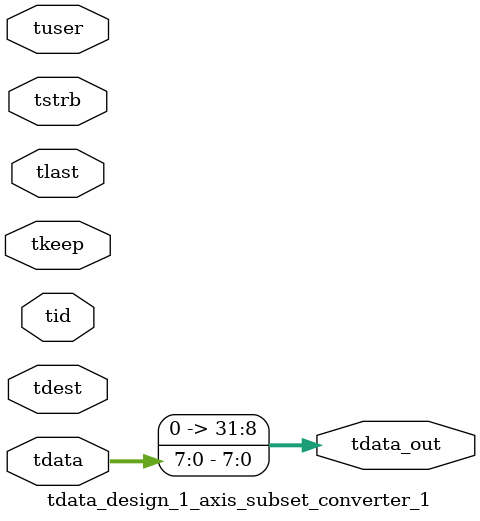
<source format=v>


`timescale 1ps/1ps

module tdata_design_1_axis_subset_converter_1 #
(
parameter C_S_AXIS_TDATA_WIDTH = 32,
parameter C_S_AXIS_TUSER_WIDTH = 0,
parameter C_S_AXIS_TID_WIDTH   = 0,
parameter C_S_AXIS_TDEST_WIDTH = 0,
parameter C_M_AXIS_TDATA_WIDTH = 32
)
(
input  [(C_S_AXIS_TDATA_WIDTH == 0 ? 1 : C_S_AXIS_TDATA_WIDTH)-1:0     ] tdata,
input  [(C_S_AXIS_TUSER_WIDTH == 0 ? 1 : C_S_AXIS_TUSER_WIDTH)-1:0     ] tuser,
input  [(C_S_AXIS_TID_WIDTH   == 0 ? 1 : C_S_AXIS_TID_WIDTH)-1:0       ] tid,
input  [(C_S_AXIS_TDEST_WIDTH == 0 ? 1 : C_S_AXIS_TDEST_WIDTH)-1:0     ] tdest,
input  [(C_S_AXIS_TDATA_WIDTH/8)-1:0 ] tkeep,
input  [(C_S_AXIS_TDATA_WIDTH/8)-1:0 ] tstrb,
input                                                                    tlast,
output [C_M_AXIS_TDATA_WIDTH-1:0] tdata_out
);

assign tdata_out = {24'b000000000000000000000000,tdata[7:0]};

endmodule


</source>
